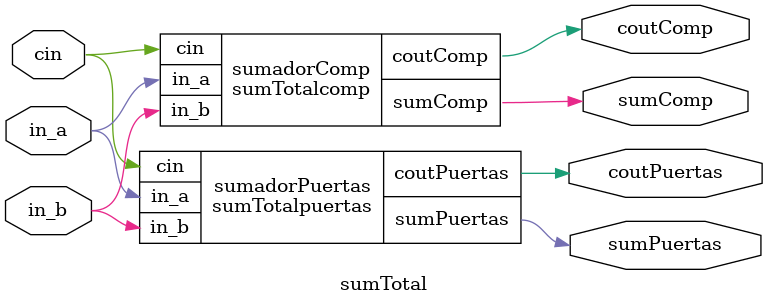
<source format=v>

module sumTotalpuertas(input in_a, input in_b, input cin, output sumPuertas, output coutPuertas);
    wire xor1_out, xor2_out, and1_out, and2_out, or_out;

    // Primer XOR: A ^ B
    puertaXor xor1(.in_a(in_a), .in_b(in_b), .out(xor1_out));
    
    // Segundo XOR: (A ^ B) ^ Cin
    puertaXor xor2(.in_a(xor1_out), .in_b(cin), .out(sumPuertas));

    // Primer AND: A & B
    puertaAnd and1(.in_a(in_a), .in_b(in_b), .out(and1_out));

    // Segundo AND: (A ^ B) & Cin
    puertaAnd and2(.in_a(xor1_out), .in_b(cin), .out(and2_out));

    // OR final: Carry = (A & B) | ((A ^ B) & Cin)
    puertaOr or1(.in_a(and1_out), .in_b(and2_out), .out(coutPuertas));
endmodule


module sumTotalcomp(input in_a, input in_b, input cin, output sumComp, output coutComp);
    // Implementación comportamental del sumador completo
    assign sumComp = in_a ^ in_b ^ cin;
    assign coutComp = (in_a & in_b) | ((in_a ^ in_b) & cin);
endmodule


module sumTotal(input in_a, input in_b, input cin, output sumPuertas, output coutPuertas, output sumComp, output coutComp);
    // Instancias de los dos diseños del sumador completo
    sumTotalpuertas sumadorPuertas (.in_a(in_a), .in_b(in_b), .cin(cin), .sumPuertas(sumPuertas), .coutPuertas(coutPuertas));
    sumTotalcomp sumadorComp (.in_a(in_a), .in_b(in_b), .cin(cin), .sumComp(sumComp), .coutComp(coutComp));
endmodule

</source>
